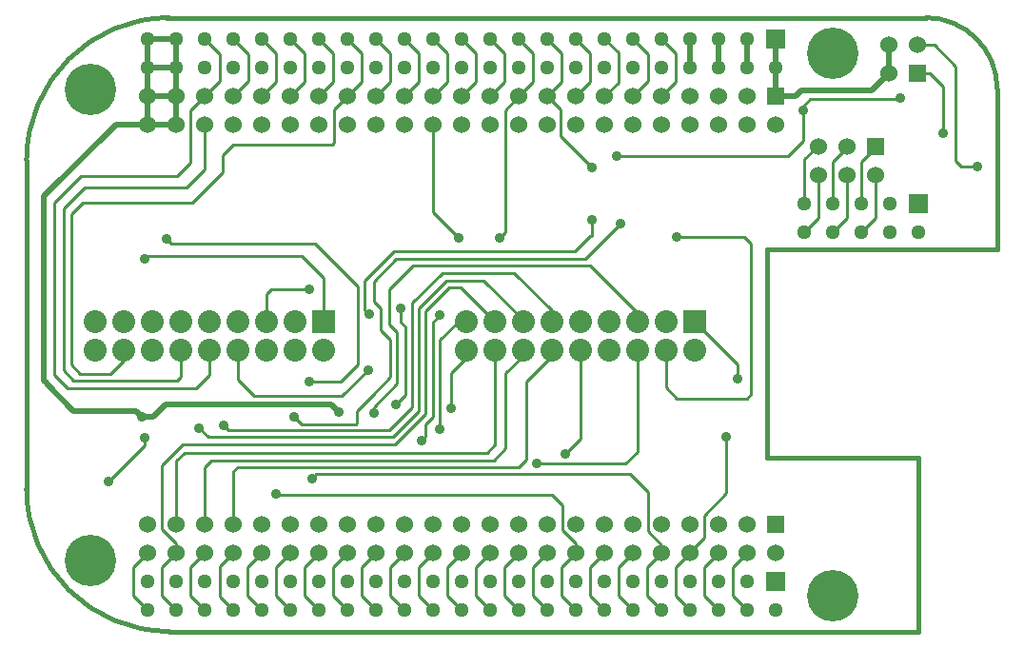
<source format=gbl>
G04 (created by PCBNEW (25-Oct-2014 BZR 4029)-stable) date Sun 29 Mar 2015 05:09:11 PM EEST*
%MOIN*%
G04 Gerber Fmt 3.4, Leading zero omitted, Abs format*
%FSLAX34Y34*%
G01*
G70*
G90*
G04 APERTURE LIST*
%ADD10C,0.00590551*%
%ADD11C,0.015*%
%ADD12R,0.06X0.06*%
%ADD13C,0.06*%
%ADD14C,0.18*%
%ADD15R,0.065X0.065*%
%ADD16C,0.0512*%
%ADD17R,0.08X0.08*%
%ADD18C,0.08*%
%ADD19C,0.035*%
%ADD20C,0.01*%
%ADD21C,0.02*%
G04 APERTURE END LIST*
G54D10*
G54D11*
X29174Y0D02*
X5262Y0D01*
X9200Y-21500D02*
X9250Y-21500D01*
X5066Y-21500D02*
X28651Y-21500D01*
X31250Y-15400D02*
X25950Y-15400D01*
X31250Y-21500D02*
X28500Y-21500D01*
X31250Y-21500D02*
X31250Y-15450D01*
X5250Y0D02*
X4900Y0D01*
X25200Y0D02*
X27250Y0D01*
X27250Y-21500D02*
X25250Y-21500D01*
X5000Y-21500D02*
X5250Y-21500D01*
X27250Y-21500D02*
X28500Y-21500D01*
X27250Y0D02*
X28500Y0D01*
X25950Y-8100D02*
X25950Y-15400D01*
X34000Y-8100D02*
X25950Y-8100D01*
X34000Y-7900D02*
X34000Y-8100D01*
X28400Y0D02*
X31500Y0D01*
X0Y-5000D02*
X0Y-16500D01*
X34000Y-2500D02*
X34000Y-7950D01*
X34000Y-2500D02*
G75*
G03X31500Y0I-2500J0D01*
G74*
G01*
X0Y-16500D02*
G75*
G03X5000Y-21500I5000J0D01*
G74*
G01*
X5000Y0D02*
G75*
G03X0Y-5000I0J-5000D01*
G74*
G01*
G54D12*
X26250Y-2750D03*
G54D13*
X26250Y-3750D03*
X21250Y-2750D03*
X25250Y-3750D03*
X20250Y-2750D03*
X24250Y-3750D03*
X19250Y-2750D03*
X23250Y-3750D03*
X18250Y-2750D03*
X22250Y-3750D03*
X17250Y-2750D03*
X21250Y-3750D03*
X16250Y-2750D03*
X20250Y-3750D03*
X15250Y-2750D03*
X19250Y-3750D03*
X14250Y-2750D03*
X18250Y-3750D03*
X13250Y-2750D03*
X17250Y-3750D03*
X12250Y-2750D03*
X16250Y-3750D03*
X11250Y-2750D03*
X15250Y-3750D03*
X14250Y-3750D03*
X10250Y-2750D03*
X13250Y-3750D03*
X11250Y-3750D03*
X10250Y-3750D03*
X9250Y-3750D03*
X8250Y-3750D03*
X9250Y-2750D03*
X8250Y-2750D03*
X25250Y-2750D03*
X24250Y-2750D03*
X23250Y-2750D03*
X22250Y-2750D03*
X7250Y-2750D03*
X7250Y-3750D03*
X12250Y-3750D03*
X6250Y-2750D03*
X6250Y-3750D03*
X5250Y-2750D03*
X5250Y-3750D03*
X4250Y-2750D03*
X4250Y-3750D03*
G54D12*
X26250Y-17750D03*
G54D13*
X26250Y-18750D03*
X21250Y-17750D03*
X25250Y-18750D03*
X20250Y-17750D03*
X24250Y-18750D03*
X19250Y-17750D03*
X23250Y-18750D03*
X18250Y-17750D03*
X22250Y-18750D03*
X17250Y-17750D03*
X21250Y-18750D03*
X16250Y-17750D03*
X20250Y-18750D03*
X15250Y-17750D03*
X19250Y-18750D03*
X14250Y-17750D03*
X18250Y-18750D03*
X13250Y-17750D03*
X17250Y-18750D03*
X12250Y-17750D03*
X16250Y-18750D03*
X11250Y-17750D03*
X15250Y-18750D03*
X14250Y-18750D03*
X10250Y-17750D03*
X13250Y-18750D03*
X11250Y-18750D03*
X10250Y-18750D03*
X9250Y-18750D03*
X8250Y-18750D03*
X9250Y-17750D03*
X8250Y-17750D03*
X25250Y-17750D03*
X24250Y-17750D03*
X23250Y-17750D03*
X22250Y-17750D03*
X7250Y-17750D03*
X7250Y-18750D03*
X12250Y-18750D03*
X6250Y-17750D03*
X6250Y-18750D03*
X5250Y-17750D03*
X5250Y-18750D03*
X4250Y-17750D03*
X4250Y-18750D03*
G54D12*
X29750Y-4500D03*
G54D13*
X29750Y-5500D03*
X28750Y-4500D03*
X28750Y-5500D03*
X27750Y-4500D03*
X27750Y-5500D03*
G54D12*
X31200Y-1950D03*
G54D13*
X30200Y-1950D03*
X31200Y-950D03*
X30200Y-950D03*
G54D14*
X2250Y-2500D03*
X28250Y-1250D03*
X28250Y-20250D03*
X2250Y-19000D03*
G54D15*
X26250Y-750D03*
G54D16*
X26250Y-1750D03*
X25250Y-750D03*
X25250Y-1750D03*
X24250Y-750D03*
X24250Y-1750D03*
X23250Y-750D03*
X23250Y-1750D03*
X22250Y-750D03*
X22250Y-1750D03*
X21250Y-750D03*
X21250Y-1750D03*
X20250Y-750D03*
X20250Y-1750D03*
X19250Y-750D03*
X19250Y-1750D03*
X18250Y-750D03*
X18250Y-1750D03*
X17250Y-750D03*
X17250Y-1750D03*
X16250Y-750D03*
X16250Y-1750D03*
X15250Y-750D03*
X15250Y-1750D03*
X14250Y-750D03*
X14250Y-1750D03*
X13250Y-750D03*
X13250Y-1750D03*
X12250Y-750D03*
X12250Y-1750D03*
X11250Y-750D03*
X11250Y-1750D03*
X10250Y-750D03*
X10250Y-1750D03*
X9250Y-750D03*
X9250Y-1750D03*
X8250Y-750D03*
X8250Y-1750D03*
X7250Y-750D03*
X7250Y-1750D03*
X6250Y-750D03*
X6250Y-1750D03*
X5250Y-750D03*
X5250Y-1750D03*
X4250Y-750D03*
X4250Y-1750D03*
G54D15*
X26250Y-19750D03*
G54D16*
X26250Y-20750D03*
X25250Y-19750D03*
X25250Y-20750D03*
X24250Y-19750D03*
X24250Y-20750D03*
X23250Y-19750D03*
X23250Y-20750D03*
X22250Y-19750D03*
X22250Y-20750D03*
X21250Y-19750D03*
X21250Y-20750D03*
X20250Y-19750D03*
X20250Y-20750D03*
X19250Y-19750D03*
X19250Y-20750D03*
X18250Y-19750D03*
X18250Y-20750D03*
X17250Y-19750D03*
X17250Y-20750D03*
X16250Y-19750D03*
X16250Y-20750D03*
X15250Y-19750D03*
X15250Y-20750D03*
X14250Y-19750D03*
X14250Y-20750D03*
X13250Y-19750D03*
X13250Y-20750D03*
X12250Y-19750D03*
X12250Y-20750D03*
X11250Y-19750D03*
X11250Y-20750D03*
X10250Y-19750D03*
X10250Y-20750D03*
X9250Y-19750D03*
X9250Y-20750D03*
X8250Y-19750D03*
X8250Y-20750D03*
X7250Y-19750D03*
X7250Y-20750D03*
X6250Y-19750D03*
X6250Y-20750D03*
X5250Y-19750D03*
X5250Y-20750D03*
X4250Y-19750D03*
X4250Y-20750D03*
G54D15*
X31250Y-6500D03*
G54D16*
X31250Y-7500D03*
X30250Y-6500D03*
X30250Y-7500D03*
X29250Y-6500D03*
X29250Y-7500D03*
X28250Y-6500D03*
X28250Y-7500D03*
X27250Y-6500D03*
X27250Y-7500D03*
G54D17*
X10407Y-10639D03*
G54D18*
X10407Y-11639D03*
X9407Y-10639D03*
X9407Y-11639D03*
X8407Y-10639D03*
X8407Y-11639D03*
X7407Y-10639D03*
X7407Y-11639D03*
X6407Y-10639D03*
X6407Y-11639D03*
X5407Y-10639D03*
X5407Y-11639D03*
X4407Y-10639D03*
X4407Y-11639D03*
X3407Y-10639D03*
X3407Y-11639D03*
X2407Y-10639D03*
X2407Y-11639D03*
G54D17*
X23399Y-10639D03*
G54D18*
X23399Y-11639D03*
X22399Y-10639D03*
X22399Y-11639D03*
X21399Y-10639D03*
X21399Y-11639D03*
X20399Y-10639D03*
X20399Y-11639D03*
X19399Y-10639D03*
X19399Y-11639D03*
X18399Y-10639D03*
X18399Y-11639D03*
X17399Y-10639D03*
X17399Y-11639D03*
X16399Y-10639D03*
X16399Y-11639D03*
X15399Y-10639D03*
X15399Y-11639D03*
G54D19*
X8729Y-16690D03*
X4123Y-14722D03*
X2863Y-16257D03*
X9989Y-16139D03*
X9911Y-12753D03*
X4911Y-7753D03*
X19792Y-5234D03*
X9911Y-9525D03*
X14477Y-10431D03*
X13848Y-14801D03*
X11958Y-12360D03*
X6052Y-14368D03*
X6918Y-14289D03*
X18887Y-15273D03*
X12942Y-13541D03*
X13100Y-10194D03*
X17863Y-15627D03*
X15147Y-7714D03*
X24517Y-14683D03*
X16564Y-7714D03*
X20678Y-4840D03*
X30600Y-2800D03*
X27200Y-3250D03*
X12155Y-13856D03*
X33300Y-5200D03*
X32100Y-4050D03*
X10934Y-13816D03*
X4044Y-13974D03*
X14871Y-13698D03*
X22785Y-7675D03*
X9359Y-13974D03*
X20816Y-7202D03*
X14477Y-14407D03*
X4123Y-8462D03*
X11997Y-10391D03*
X19792Y-7084D03*
X24911Y-12635D03*
G54D20*
X28750Y-5500D02*
X28750Y-7000D01*
X28750Y-7000D02*
X28250Y-7500D01*
X29750Y-5500D02*
X29750Y-7000D01*
X29750Y-7000D02*
X29250Y-7500D01*
X29750Y-4500D02*
X29750Y-4550D01*
X29250Y-5050D02*
X29250Y-6500D01*
X29750Y-4550D02*
X29250Y-5050D01*
X28750Y-4500D02*
X28750Y-4550D01*
X28250Y-5050D02*
X28250Y-6500D01*
X28750Y-4550D02*
X28250Y-5050D01*
X27750Y-4500D02*
X27700Y-4500D01*
X27700Y-4500D02*
X27250Y-4950D01*
X27250Y-4950D02*
X27250Y-6500D01*
X27750Y-5500D02*
X27750Y-7000D01*
X27750Y-7000D02*
X27250Y-7500D01*
X3407Y-11639D02*
X3407Y-12013D01*
X10777Y-3222D02*
X11250Y-2750D01*
X10777Y-4368D02*
X10777Y-3222D01*
X10698Y-4446D02*
X10777Y-4368D01*
X7233Y-4446D02*
X10698Y-4446D01*
X6879Y-4801D02*
X7233Y-4446D01*
X6879Y-5431D02*
X6879Y-4801D01*
X5816Y-6494D02*
X6879Y-5431D01*
X1958Y-6494D02*
X5816Y-6494D01*
X1564Y-6887D02*
X1958Y-6494D01*
X1564Y-12163D02*
X1564Y-6887D01*
X1879Y-12478D02*
X1564Y-12163D01*
X2942Y-12478D02*
X1879Y-12478D01*
X3407Y-12013D02*
X2942Y-12478D01*
X11250Y-750D02*
X11750Y-1250D01*
X11750Y-2250D02*
X11250Y-2750D01*
X11750Y-1250D02*
X11750Y-2250D01*
X12250Y-750D02*
X12750Y-1250D01*
X12750Y-2250D02*
X12250Y-2750D01*
X12750Y-1250D02*
X12750Y-2250D01*
X5407Y-11639D02*
X5407Y-12572D01*
X6250Y-5312D02*
X6250Y-3750D01*
X5619Y-5942D02*
X6250Y-5312D01*
X2037Y-5942D02*
X5619Y-5942D01*
X1288Y-6690D02*
X2037Y-5942D01*
X1288Y-12360D02*
X1288Y-6690D01*
X1643Y-12714D02*
X1288Y-12360D01*
X5265Y-12714D02*
X1643Y-12714D01*
X5407Y-12572D02*
X5265Y-12714D01*
X13250Y-750D02*
X13750Y-1250D01*
X13750Y-2250D02*
X13250Y-2750D01*
X13750Y-1250D02*
X13750Y-2250D01*
X6407Y-11639D02*
X6407Y-12517D01*
X5737Y-3262D02*
X6250Y-2750D01*
X5737Y-5076D02*
X5737Y-3262D01*
X5265Y-5549D02*
X5737Y-5076D01*
X1918Y-5549D02*
X5265Y-5549D01*
X974Y-6494D02*
X1918Y-5549D01*
X974Y-12517D02*
X974Y-6494D01*
X1446Y-12990D02*
X974Y-12517D01*
X5934Y-12990D02*
X1446Y-12990D01*
X6407Y-12517D02*
X5934Y-12990D01*
X6775Y-2225D02*
X6250Y-2750D01*
X6250Y-750D02*
X6775Y-1275D01*
X6775Y-1275D02*
X6775Y-2225D01*
X14250Y-750D02*
X14750Y-1250D01*
X14750Y-2250D02*
X14250Y-2750D01*
X14750Y-1250D02*
X14750Y-2250D01*
X19250Y-18431D02*
X19250Y-18750D01*
X18769Y-17950D02*
X19250Y-18431D01*
X18769Y-17084D02*
X18769Y-17950D01*
X18414Y-16730D02*
X18769Y-17084D01*
X8769Y-16730D02*
X18414Y-16730D01*
X8729Y-16690D02*
X8769Y-16730D01*
X19250Y-18750D02*
X18750Y-19250D01*
X18750Y-20250D02*
X19250Y-20750D01*
X18750Y-19250D02*
X18750Y-20250D01*
X4123Y-14998D02*
X4123Y-14722D01*
X2863Y-16257D02*
X4123Y-14998D01*
X22250Y-18478D02*
X22250Y-18750D01*
X21761Y-17990D02*
X22250Y-18478D01*
X21761Y-16612D02*
X21761Y-17990D01*
X21131Y-15982D02*
X21761Y-16612D01*
X10147Y-15982D02*
X21131Y-15982D01*
X9989Y-16139D02*
X10147Y-15982D01*
X11013Y-12753D02*
X9911Y-12753D01*
X11603Y-12163D02*
X11013Y-12753D01*
X11603Y-9407D02*
X11603Y-12163D01*
X10107Y-7911D02*
X11603Y-9407D01*
X5068Y-7911D02*
X10107Y-7911D01*
X4911Y-7753D02*
X5068Y-7911D01*
X22250Y-18750D02*
X21750Y-19250D01*
X21750Y-20250D02*
X22250Y-20750D01*
X21750Y-19250D02*
X21750Y-20250D01*
X18710Y-3210D02*
X18250Y-2750D01*
X18710Y-4151D02*
X18710Y-3210D01*
X19792Y-5234D02*
X18710Y-4151D01*
X18250Y-750D02*
X18750Y-1250D01*
X18750Y-1250D02*
X18750Y-2250D01*
X18750Y-2250D02*
X18250Y-2750D01*
X8407Y-9690D02*
X8407Y-10639D01*
X8572Y-9525D02*
X8407Y-9690D01*
X9911Y-9525D02*
X8572Y-9525D01*
X14241Y-10667D02*
X14477Y-10431D01*
X14241Y-13974D02*
X14241Y-10667D01*
X13966Y-14250D02*
X14241Y-13974D01*
X13966Y-14683D02*
X13966Y-14250D01*
X13848Y-14801D02*
X13966Y-14683D01*
X7407Y-11639D02*
X7407Y-12690D01*
X11052Y-13265D02*
X11958Y-12360D01*
X7981Y-13265D02*
X11052Y-13265D01*
X7407Y-12690D02*
X7981Y-13265D01*
X4250Y-18750D02*
X3750Y-19250D01*
X3750Y-20250D02*
X4250Y-20750D01*
X3750Y-19250D02*
X3750Y-20250D01*
X16399Y-11639D02*
X16399Y-14966D01*
X12981Y-15234D02*
X5540Y-15234D01*
X5540Y-15234D02*
X5250Y-15525D01*
X5250Y-15525D02*
X5250Y-17750D01*
X16131Y-15234D02*
X12981Y-15234D01*
X16399Y-14966D02*
X16131Y-15234D01*
X16399Y-11639D02*
X16399Y-11816D01*
X5250Y-18750D02*
X5250Y-18407D01*
X15206Y-9446D02*
X16399Y-10639D01*
X14792Y-9446D02*
X15206Y-9446D01*
X13966Y-10273D02*
X14792Y-9446D01*
X13966Y-13895D02*
X13966Y-10273D01*
X12903Y-14958D02*
X13966Y-13895D01*
X5462Y-14958D02*
X12903Y-14958D01*
X4753Y-15667D02*
X5462Y-14958D01*
X4753Y-17911D02*
X4753Y-15667D01*
X5250Y-18407D02*
X4753Y-17911D01*
X5250Y-18750D02*
X4750Y-19250D01*
X4750Y-20250D02*
X5250Y-20750D01*
X4750Y-19250D02*
X4750Y-20250D01*
X16781Y-12458D02*
X16781Y-15096D01*
X16367Y-15509D02*
X12824Y-15509D01*
X16781Y-15096D02*
X16367Y-15509D01*
X6250Y-15745D02*
X6250Y-17750D01*
X12824Y-15509D02*
X6485Y-15509D01*
X6485Y-15509D02*
X6250Y-15745D01*
X13060Y-15509D02*
X12824Y-15509D01*
X17399Y-11639D02*
X17399Y-11840D01*
X17399Y-11840D02*
X16781Y-12458D01*
X16781Y-12458D02*
X16800Y-12438D01*
X16800Y-12438D02*
X16761Y-12478D01*
X6407Y-17592D02*
X6250Y-17750D01*
X6407Y-17592D02*
X6250Y-17750D01*
X17399Y-10639D02*
X17399Y-10596D01*
X6367Y-14683D02*
X6052Y-14368D01*
X12824Y-14683D02*
X6367Y-14683D01*
X13729Y-13777D02*
X12824Y-14683D01*
X13729Y-10194D02*
X13729Y-13777D01*
X14714Y-9210D02*
X13729Y-10194D01*
X16013Y-9210D02*
X14714Y-9210D01*
X17399Y-10596D02*
X16013Y-9210D01*
X6250Y-18750D02*
X5750Y-19250D01*
X5750Y-20250D02*
X6250Y-20750D01*
X5750Y-19250D02*
X5750Y-20250D01*
X17509Y-12753D02*
X17509Y-15470D01*
X18399Y-11864D02*
X17509Y-12753D01*
X13178Y-15746D02*
X7391Y-15746D01*
X7391Y-15746D02*
X7250Y-15887D01*
X7250Y-17750D02*
X7250Y-15887D01*
X18399Y-11864D02*
X18399Y-11639D01*
X17233Y-15746D02*
X13178Y-15746D01*
X17509Y-15470D02*
X17233Y-15746D01*
X18399Y-10639D02*
X18399Y-10257D01*
X7076Y-14446D02*
X6918Y-14289D01*
X12706Y-14446D02*
X7076Y-14446D01*
X13493Y-13659D02*
X12706Y-14446D01*
X13493Y-9998D02*
X13493Y-13659D01*
X14556Y-8935D02*
X13493Y-9998D01*
X17076Y-8935D02*
X14556Y-8935D01*
X18399Y-10257D02*
X17076Y-8935D01*
X7250Y-18750D02*
X6775Y-19225D01*
X6775Y-20275D02*
X7250Y-20750D01*
X6775Y-19225D02*
X6775Y-20275D01*
X19399Y-11639D02*
X19399Y-14761D01*
X19399Y-14761D02*
X18887Y-15273D01*
X13100Y-10667D02*
X13257Y-10824D01*
X13257Y-10824D02*
X13257Y-13226D01*
X13257Y-13226D02*
X12942Y-13541D01*
X13100Y-10194D02*
X13100Y-10667D01*
X21399Y-11639D02*
X21399Y-15202D01*
X20974Y-15627D02*
X17863Y-15627D01*
X21399Y-15202D02*
X20974Y-15627D01*
X13250Y-18750D02*
X12750Y-19250D01*
X12750Y-20250D02*
X13250Y-20750D01*
X12750Y-19250D02*
X12750Y-20250D01*
X14250Y-6817D02*
X14250Y-3750D01*
X15147Y-7714D02*
X14250Y-6817D01*
X23250Y-18706D02*
X23250Y-18750D01*
X23729Y-18226D02*
X23250Y-18706D01*
X23729Y-17438D02*
X23729Y-18226D01*
X24517Y-16651D02*
X23729Y-17438D01*
X24517Y-14683D02*
X24517Y-16651D01*
X23250Y-18750D02*
X22750Y-19250D01*
X22750Y-20250D02*
X23250Y-20750D01*
X22750Y-19250D02*
X22750Y-20250D01*
X16761Y-3238D02*
X17250Y-2750D01*
X16761Y-7517D02*
X16761Y-3238D01*
X16564Y-7714D02*
X16761Y-7517D01*
X17250Y-750D02*
X17750Y-1250D01*
X17750Y-2250D02*
X17250Y-2750D01*
X17750Y-1250D02*
X17750Y-2250D01*
X27200Y-4323D02*
X27200Y-3250D01*
X26682Y-4840D02*
X27200Y-4323D01*
X20678Y-4840D02*
X26682Y-4840D01*
X27200Y-3250D02*
X27200Y-3100D01*
X27200Y-3100D02*
X27450Y-2850D01*
X27450Y-2850D02*
X30550Y-2850D01*
X30550Y-2850D02*
X30600Y-2800D01*
X21399Y-10639D02*
X21399Y-10344D01*
X12155Y-13659D02*
X12155Y-13856D01*
X12981Y-12832D02*
X12155Y-13659D01*
X12981Y-11021D02*
X12981Y-12832D01*
X12706Y-10746D02*
X12981Y-11021D01*
X12706Y-9525D02*
X12706Y-10746D01*
X13533Y-8698D02*
X12706Y-9525D01*
X19753Y-8698D02*
X13533Y-8698D01*
X21399Y-10344D02*
X19753Y-8698D01*
X12250Y-18750D02*
X11750Y-19250D01*
X11750Y-20250D02*
X12250Y-20750D01*
X11750Y-19250D02*
X11750Y-20250D01*
X20250Y-18750D02*
X19750Y-19250D01*
X19750Y-20250D02*
X20250Y-20750D01*
X19750Y-19250D02*
X19750Y-20250D01*
X15250Y-18750D02*
X14750Y-19250D01*
X14750Y-20250D02*
X15250Y-20750D01*
X14750Y-19250D02*
X14750Y-20250D01*
X14250Y-18750D02*
X13750Y-19250D01*
X13750Y-20250D02*
X14250Y-20750D01*
X13750Y-19250D02*
X13750Y-20250D01*
X24250Y-18750D02*
X23750Y-19250D01*
X23750Y-20250D02*
X24250Y-20750D01*
X23750Y-19250D02*
X23750Y-20250D01*
X16250Y-18750D02*
X15750Y-19250D01*
X15750Y-20250D02*
X16250Y-20750D01*
X15750Y-19250D02*
X15750Y-20250D01*
X25250Y-18750D02*
X24750Y-19250D01*
X24750Y-20250D02*
X25250Y-20750D01*
X24750Y-19250D02*
X24750Y-20250D01*
X18250Y-18750D02*
X17750Y-19250D01*
X17750Y-20250D02*
X18250Y-20750D01*
X17750Y-19250D02*
X17750Y-20250D01*
X9250Y-18750D02*
X8750Y-19250D01*
X8750Y-20250D02*
X9250Y-20750D01*
X8750Y-19250D02*
X8750Y-20250D01*
X10250Y-18750D02*
X9750Y-19250D01*
X9750Y-20250D02*
X10250Y-20750D01*
X9750Y-19250D02*
X9750Y-20250D01*
X11250Y-18750D02*
X10750Y-19250D01*
X10750Y-20250D02*
X11250Y-20750D01*
X10750Y-19250D02*
X10750Y-20250D01*
X8250Y-18750D02*
X7750Y-19250D01*
X7750Y-20250D02*
X8250Y-20750D01*
X7750Y-19250D02*
X7750Y-20250D01*
X21250Y-18750D02*
X20750Y-19250D01*
X20750Y-20250D02*
X21250Y-20750D01*
X20750Y-19250D02*
X20750Y-20250D01*
X17250Y-18750D02*
X16750Y-19250D01*
X16750Y-20250D02*
X17250Y-20750D01*
X16750Y-19250D02*
X16750Y-20250D01*
X31800Y-950D02*
X31200Y-950D01*
X32550Y-1700D02*
X31800Y-950D01*
X32550Y-5000D02*
X32550Y-1700D01*
X32750Y-5200D02*
X32550Y-5000D01*
X33300Y-5200D02*
X32750Y-5200D01*
X31200Y-1950D02*
X31650Y-1950D01*
X32100Y-2400D02*
X32100Y-4050D01*
X31650Y-1950D02*
X32100Y-2400D01*
X7250Y-750D02*
X7775Y-1275D01*
X7775Y-2225D02*
X7250Y-2750D01*
X7775Y-1275D02*
X7775Y-2225D01*
X8250Y-750D02*
X8750Y-1250D01*
X8750Y-2250D02*
X8250Y-2750D01*
X8750Y-1250D02*
X8750Y-2250D01*
X10250Y-750D02*
X10750Y-1250D01*
X10750Y-2250D02*
X10250Y-2750D01*
X10750Y-1250D02*
X10750Y-2250D01*
X9250Y-750D02*
X9750Y-1250D01*
X9750Y-2250D02*
X9250Y-2750D01*
X9750Y-1250D02*
X9750Y-2250D01*
X19250Y-750D02*
X19750Y-1250D01*
X19750Y-2250D02*
X19250Y-2750D01*
X19750Y-1250D02*
X19750Y-2250D01*
X15250Y-750D02*
X15750Y-1250D01*
X15750Y-2250D02*
X15250Y-2750D01*
X15750Y-1250D02*
X15750Y-2250D01*
X22250Y-750D02*
X22750Y-1250D01*
X22750Y-2250D02*
X22250Y-2750D01*
X22750Y-1250D02*
X22750Y-2250D01*
G54D21*
X23250Y-1750D02*
X23250Y-750D01*
G54D20*
X16250Y-750D02*
X16750Y-1250D01*
X16750Y-2250D02*
X16250Y-2750D01*
X16750Y-1250D02*
X16750Y-2250D01*
X21250Y-750D02*
X21775Y-1275D01*
X21775Y-2225D02*
X21250Y-2750D01*
X21775Y-1275D02*
X21775Y-2225D01*
X20250Y-750D02*
X20725Y-1225D01*
X20725Y-2275D02*
X20250Y-2750D01*
X20725Y-1225D02*
X20725Y-2275D01*
G54D21*
X24250Y-1750D02*
X24250Y-750D01*
X4044Y-13974D02*
X4438Y-13974D01*
X10659Y-13541D02*
X10934Y-13816D01*
X4871Y-13541D02*
X10659Y-13541D01*
X4438Y-13974D02*
X4871Y-13541D01*
X3127Y-3750D02*
X4250Y-3750D01*
X619Y-6257D02*
X3127Y-3750D01*
X619Y-12714D02*
X619Y-6257D01*
X698Y-12793D02*
X619Y-12714D01*
X698Y-12832D02*
X698Y-12793D01*
X1643Y-13777D02*
X698Y-12832D01*
X3848Y-13777D02*
X1643Y-13777D01*
X4044Y-13974D02*
X3848Y-13777D01*
X26250Y-2750D02*
X26250Y-1750D01*
X26250Y-1750D02*
X26250Y-750D01*
X27150Y-2550D02*
X29600Y-2550D01*
X26950Y-2750D02*
X27150Y-2550D01*
X4250Y-750D02*
X5250Y-750D01*
X4250Y-2750D02*
X5250Y-2750D01*
X4250Y-3750D02*
X5250Y-3750D01*
X4250Y-1750D02*
X5250Y-1750D01*
X4250Y-750D02*
X4250Y-1750D01*
X4250Y-1750D02*
X4250Y-2750D01*
X4250Y-2750D02*
X4250Y-3750D01*
X5250Y-750D02*
X5250Y-1750D01*
X5250Y-1750D02*
X5250Y-2750D01*
X5250Y-2750D02*
X5250Y-3750D01*
X26250Y-2750D02*
X26950Y-2750D01*
X29600Y-2550D02*
X30200Y-1950D01*
X30200Y-950D02*
X30200Y-1950D01*
G54D20*
X15399Y-11639D02*
X15399Y-11911D01*
X14871Y-12438D02*
X14871Y-13698D01*
X15399Y-11911D02*
X14871Y-12438D01*
X25383Y-12399D02*
X25383Y-13187D01*
X22785Y-7675D02*
X25147Y-7675D01*
X25147Y-7675D02*
X25383Y-7911D01*
X25383Y-7911D02*
X25383Y-12399D01*
X25225Y-13344D02*
X22785Y-13344D01*
X22785Y-13344D02*
X22399Y-12958D01*
X22399Y-11639D02*
X22399Y-12958D01*
X25383Y-13187D02*
X25225Y-13344D01*
X12096Y-13246D02*
X11564Y-13777D01*
X9632Y-14246D02*
X9359Y-13974D01*
X11528Y-14246D02*
X9632Y-14246D01*
X11564Y-14210D02*
X11528Y-14246D01*
X11564Y-13777D02*
X11564Y-14210D01*
X12745Y-12596D02*
X12096Y-13246D01*
X12096Y-13246D02*
X12076Y-13265D01*
X12745Y-11297D02*
X12745Y-12596D01*
X12391Y-10942D02*
X12745Y-11297D01*
X12391Y-10194D02*
X12391Y-10942D01*
X12155Y-9958D02*
X12391Y-10194D01*
X12155Y-9250D02*
X12155Y-9958D01*
X12942Y-8462D02*
X12155Y-9250D01*
X19556Y-8462D02*
X12942Y-8462D01*
X20816Y-7202D02*
X19556Y-8462D01*
X15135Y-10639D02*
X14477Y-11297D01*
X14477Y-11297D02*
X14477Y-14407D01*
X15399Y-10639D02*
X15135Y-10639D01*
X4123Y-8462D02*
X4241Y-8344D01*
X4241Y-8344D02*
X9635Y-8344D01*
X9635Y-8344D02*
X10407Y-9116D01*
X10407Y-9116D02*
X10407Y-10639D01*
X11840Y-10234D02*
X11997Y-10391D01*
X11840Y-9210D02*
X11840Y-10234D01*
X12863Y-8187D02*
X11840Y-9210D01*
X19202Y-8187D02*
X12863Y-8187D01*
X19753Y-7635D02*
X19202Y-8187D01*
X19792Y-7635D02*
X19753Y-7635D01*
X19792Y-7084D02*
X19792Y-7635D01*
X24911Y-12151D02*
X23399Y-10639D01*
X24911Y-12635D02*
X24911Y-12151D01*
G54D21*
X25250Y-1750D02*
X25250Y-750D01*
M02*

</source>
